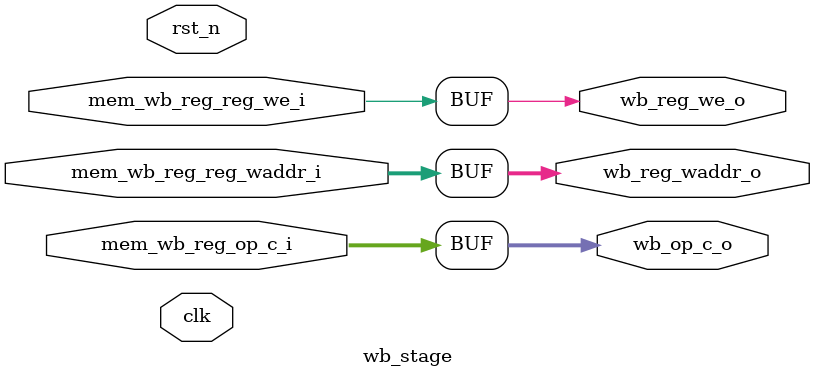
<source format=v>
module wb_stage (
    input   wire                    clk,
    input   wire                    rst_n,
    //from mem_wb_reg
    input   wire            [31:0]  mem_wb_reg_op_c_i,
    input   wire            [4:0]   mem_wb_reg_reg_waddr_i,
    input   wire                    mem_wb_reg_reg_we_i,
    //to regs
    output  wire            [31:0]  wb_op_c_o,
    output  wire            [4:0]   wb_reg_waddr_o,
    output  wire                    wb_reg_we_o
);

    // always @(posedge clk or negedge rst_n)begin
    //     if(rst_n == 1'b0)begin
    //         wb_op_c_o <= 32'h0;
    //     end
    //     else begin
    //         wb_op_c_o <= mem_wb_reg_op_c_i;
    //     end
    // end

    // always @(posedge clk or negedge rst_n)begin
    //     if(rst_n == 1'b0)begin
    //         wb_reg_waddr_o <= 32'h0;
    //     end
    //     else begin
    //         wb_reg_waddr_o <= mem_wb_reg_reg_waddr_i;
    //     end
    // end

    // always @(posedge clk or negedge rst_n)begin
    //     if(rst_n == 1'b0)begin
    //         wb_reg_we_o <= 1'b0;
    //     end
    //     else begin
    //         wb_reg_we_o <= mem_wb_reg_reg_we_i;
    //     end
    // end

    assign wb_op_c_o = mem_wb_reg_op_c_i;
    assign wb_reg_waddr_o = mem_wb_reg_reg_waddr_i;
    assign wb_reg_we_o = mem_wb_reg_reg_we_i;



endmodule
</source>
